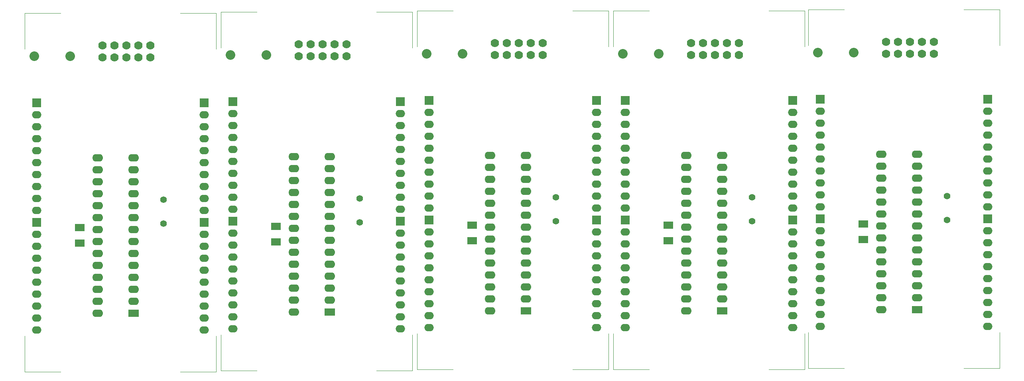
<source format=gbs>
G04 (created by PCBNEW (2013-07-07 BZR 4022)-stable) date 5/4/2015 12:54:49 PM*
%MOIN*%
G04 Gerber Fmt 3.4, Leading zero omitted, Abs format*
%FSLAX34Y34*%
G01*
G70*
G90*
G04 APERTURE LIST*
%ADD10C,0.00590551*%
%ADD11C,0.00393701*%
%ADD12R,0.075X0.075*%
%ADD13O,0.08X0.06*%
%ADD14C,0.08*%
%ADD15R,0.08X0.06*%
%ADD16C,0.056*%
%ADD17O,0.09X0.062*%
%ADD18R,0.09X0.062*%
%ADD19C,0.07*%
G04 APERTURE END LIST*
G54D10*
G54D11*
X27900Y-22900D02*
X27900Y-25900D01*
X27900Y-22900D02*
X30900Y-22900D01*
X43900Y-22900D02*
X40900Y-22900D01*
X43900Y-22900D02*
X43900Y-25900D01*
X27900Y-52900D02*
X30900Y-52900D01*
X27900Y-52900D02*
X27900Y-49900D01*
X43900Y-52900D02*
X43900Y-49900D01*
X43900Y-52900D02*
X40900Y-52900D01*
X44300Y-22800D02*
X44300Y-25800D01*
X44300Y-22800D02*
X47300Y-22800D01*
X60300Y-22800D02*
X57300Y-22800D01*
X60300Y-22800D02*
X60300Y-25800D01*
X44300Y-52800D02*
X47300Y-52800D01*
X44300Y-52800D02*
X44300Y-49800D01*
X60300Y-52800D02*
X60300Y-49800D01*
X60300Y-52800D02*
X57300Y-52800D01*
X60700Y-22800D02*
X60700Y-25800D01*
X60700Y-22800D02*
X63700Y-22800D01*
X76700Y-22800D02*
X73700Y-22800D01*
X76700Y-22800D02*
X76700Y-25800D01*
X60700Y-52800D02*
X63700Y-52800D01*
X60700Y-52800D02*
X60700Y-49800D01*
X76700Y-52800D02*
X76700Y-49800D01*
X76700Y-52800D02*
X73700Y-52800D01*
X77000Y-22700D02*
X77000Y-25700D01*
X77000Y-22700D02*
X80000Y-22700D01*
X93000Y-22700D02*
X90000Y-22700D01*
X93000Y-22700D02*
X93000Y-25700D01*
X77000Y-52700D02*
X80000Y-52700D01*
X77000Y-52700D02*
X77000Y-49700D01*
X93000Y-52700D02*
X93000Y-49700D01*
X93000Y-52700D02*
X90000Y-52700D01*
X11500Y-23000D02*
X11500Y-26000D01*
X11500Y-23000D02*
X14500Y-23000D01*
X27500Y-23000D02*
X24500Y-23000D01*
X27500Y-23000D02*
X27500Y-26000D01*
X11500Y-53000D02*
X14500Y-53000D01*
X11500Y-53000D02*
X11500Y-50000D01*
X27500Y-53000D02*
X27500Y-50000D01*
X27500Y-53000D02*
X24500Y-53000D01*
G54D12*
X28900Y-30400D03*
G54D13*
X28900Y-31400D03*
X28900Y-32400D03*
X28900Y-33400D03*
X28900Y-34400D03*
X28900Y-35400D03*
X28900Y-36400D03*
X28900Y-37400D03*
X28900Y-38400D03*
X28900Y-39400D03*
G54D12*
X28900Y-40400D03*
G54D13*
X28900Y-41400D03*
X28900Y-42400D03*
X28900Y-43400D03*
X28900Y-44400D03*
X28900Y-45400D03*
X28900Y-46400D03*
X28900Y-47400D03*
X28900Y-48400D03*
X28900Y-49400D03*
G54D12*
X42900Y-40400D03*
G54D13*
X42900Y-41400D03*
X42900Y-42400D03*
X42900Y-43400D03*
X42900Y-44400D03*
X42900Y-45400D03*
X42900Y-46400D03*
X42900Y-47400D03*
X42900Y-48400D03*
X42900Y-49400D03*
G54D12*
X42900Y-30400D03*
G54D13*
X42900Y-31400D03*
X42900Y-32400D03*
X42900Y-33400D03*
X42900Y-34400D03*
X42900Y-35400D03*
X42900Y-36400D03*
X42900Y-37400D03*
X42900Y-38400D03*
X42900Y-39400D03*
G54D14*
X28700Y-26496D03*
X31696Y-26500D03*
G54D15*
X32500Y-42150D03*
X32500Y-40850D03*
G54D16*
X39500Y-38500D03*
X39500Y-40500D03*
G54D17*
X37000Y-47000D03*
X37000Y-46000D03*
X37000Y-45000D03*
X37000Y-44000D03*
X37000Y-43000D03*
X37000Y-42000D03*
X37000Y-41000D03*
X37000Y-40000D03*
X37000Y-39000D03*
X37000Y-38000D03*
X37000Y-37000D03*
X37000Y-36000D03*
X37000Y-35000D03*
G54D18*
X37000Y-48000D03*
G54D17*
X34000Y-35000D03*
X34000Y-36000D03*
X34000Y-37000D03*
X34000Y-38000D03*
X34000Y-39000D03*
X34000Y-40000D03*
X34000Y-41000D03*
X34000Y-42000D03*
X34000Y-43000D03*
X34000Y-44000D03*
X34000Y-45000D03*
X34000Y-46000D03*
X34000Y-47000D03*
X34000Y-48000D03*
G54D19*
X34400Y-26600D03*
X34400Y-25600D03*
X35400Y-26600D03*
X35400Y-25600D03*
X36400Y-26600D03*
X36400Y-25600D03*
X37400Y-26600D03*
X37400Y-25600D03*
X38400Y-26600D03*
X38400Y-25600D03*
G54D12*
X45300Y-30300D03*
G54D13*
X45300Y-31300D03*
X45300Y-32300D03*
X45300Y-33300D03*
X45300Y-34300D03*
X45300Y-35300D03*
X45300Y-36300D03*
X45300Y-37300D03*
X45300Y-38300D03*
X45300Y-39300D03*
G54D12*
X45300Y-40300D03*
G54D13*
X45300Y-41300D03*
X45300Y-42300D03*
X45300Y-43300D03*
X45300Y-44300D03*
X45300Y-45300D03*
X45300Y-46300D03*
X45300Y-47300D03*
X45300Y-48300D03*
X45300Y-49300D03*
G54D12*
X59300Y-40300D03*
G54D13*
X59300Y-41300D03*
X59300Y-42300D03*
X59300Y-43300D03*
X59300Y-44300D03*
X59300Y-45300D03*
X59300Y-46300D03*
X59300Y-47300D03*
X59300Y-48300D03*
X59300Y-49300D03*
G54D12*
X59300Y-30300D03*
G54D13*
X59300Y-31300D03*
X59300Y-32300D03*
X59300Y-33300D03*
X59300Y-34300D03*
X59300Y-35300D03*
X59300Y-36300D03*
X59300Y-37300D03*
X59300Y-38300D03*
X59300Y-39300D03*
G54D14*
X45100Y-26396D03*
X48096Y-26400D03*
G54D15*
X48900Y-42050D03*
X48900Y-40750D03*
G54D16*
X55900Y-38400D03*
X55900Y-40400D03*
G54D17*
X53400Y-46900D03*
X53400Y-45900D03*
X53400Y-44900D03*
X53400Y-43900D03*
X53400Y-42900D03*
X53400Y-41900D03*
X53400Y-40900D03*
X53400Y-39900D03*
X53400Y-38900D03*
X53400Y-37900D03*
X53400Y-36900D03*
X53400Y-35900D03*
X53400Y-34900D03*
G54D18*
X53400Y-47900D03*
G54D17*
X50400Y-34900D03*
X50400Y-35900D03*
X50400Y-36900D03*
X50400Y-37900D03*
X50400Y-38900D03*
X50400Y-39900D03*
X50400Y-40900D03*
X50400Y-41900D03*
X50400Y-42900D03*
X50400Y-43900D03*
X50400Y-44900D03*
X50400Y-45900D03*
X50400Y-46900D03*
X50400Y-47900D03*
G54D19*
X50800Y-26500D03*
X50800Y-25500D03*
X51800Y-26500D03*
X51800Y-25500D03*
X52800Y-26500D03*
X52800Y-25500D03*
X53800Y-26500D03*
X53800Y-25500D03*
X54800Y-26500D03*
X54800Y-25500D03*
G54D12*
X61700Y-30300D03*
G54D13*
X61700Y-31300D03*
X61700Y-32300D03*
X61700Y-33300D03*
X61700Y-34300D03*
X61700Y-35300D03*
X61700Y-36300D03*
X61700Y-37300D03*
X61700Y-38300D03*
X61700Y-39300D03*
G54D12*
X61700Y-40300D03*
G54D13*
X61700Y-41300D03*
X61700Y-42300D03*
X61700Y-43300D03*
X61700Y-44300D03*
X61700Y-45300D03*
X61700Y-46300D03*
X61700Y-47300D03*
X61700Y-48300D03*
X61700Y-49300D03*
G54D12*
X75700Y-40300D03*
G54D13*
X75700Y-41300D03*
X75700Y-42300D03*
X75700Y-43300D03*
X75700Y-44300D03*
X75700Y-45300D03*
X75700Y-46300D03*
X75700Y-47300D03*
X75700Y-48300D03*
X75700Y-49300D03*
G54D12*
X75700Y-30300D03*
G54D13*
X75700Y-31300D03*
X75700Y-32300D03*
X75700Y-33300D03*
X75700Y-34300D03*
X75700Y-35300D03*
X75700Y-36300D03*
X75700Y-37300D03*
X75700Y-38300D03*
X75700Y-39300D03*
G54D14*
X61500Y-26396D03*
X64496Y-26400D03*
G54D15*
X65300Y-42050D03*
X65300Y-40750D03*
G54D16*
X72300Y-38400D03*
X72300Y-40400D03*
G54D17*
X69800Y-46900D03*
X69800Y-45900D03*
X69800Y-44900D03*
X69800Y-43900D03*
X69800Y-42900D03*
X69800Y-41900D03*
X69800Y-40900D03*
X69800Y-39900D03*
X69800Y-38900D03*
X69800Y-37900D03*
X69800Y-36900D03*
X69800Y-35900D03*
X69800Y-34900D03*
G54D18*
X69800Y-47900D03*
G54D17*
X66800Y-34900D03*
X66800Y-35900D03*
X66800Y-36900D03*
X66800Y-37900D03*
X66800Y-38900D03*
X66800Y-39900D03*
X66800Y-40900D03*
X66800Y-41900D03*
X66800Y-42900D03*
X66800Y-43900D03*
X66800Y-44900D03*
X66800Y-45900D03*
X66800Y-46900D03*
X66800Y-47900D03*
G54D19*
X67200Y-26500D03*
X67200Y-25500D03*
X68200Y-26500D03*
X68200Y-25500D03*
X69200Y-26500D03*
X69200Y-25500D03*
X70200Y-26500D03*
X70200Y-25500D03*
X71200Y-26500D03*
X71200Y-25500D03*
G54D12*
X78000Y-30200D03*
G54D13*
X78000Y-31200D03*
X78000Y-32200D03*
X78000Y-33200D03*
X78000Y-34200D03*
X78000Y-35200D03*
X78000Y-36200D03*
X78000Y-37200D03*
X78000Y-38200D03*
X78000Y-39200D03*
G54D12*
X78000Y-40200D03*
G54D13*
X78000Y-41200D03*
X78000Y-42200D03*
X78000Y-43200D03*
X78000Y-44200D03*
X78000Y-45200D03*
X78000Y-46200D03*
X78000Y-47200D03*
X78000Y-48200D03*
X78000Y-49200D03*
G54D12*
X92000Y-40200D03*
G54D13*
X92000Y-41200D03*
X92000Y-42200D03*
X92000Y-43200D03*
X92000Y-44200D03*
X92000Y-45200D03*
X92000Y-46200D03*
X92000Y-47200D03*
X92000Y-48200D03*
X92000Y-49200D03*
G54D12*
X92000Y-30200D03*
G54D13*
X92000Y-31200D03*
X92000Y-32200D03*
X92000Y-33200D03*
X92000Y-34200D03*
X92000Y-35200D03*
X92000Y-36200D03*
X92000Y-37200D03*
X92000Y-38200D03*
X92000Y-39200D03*
G54D14*
X77800Y-26296D03*
X80796Y-26300D03*
G54D15*
X81600Y-41950D03*
X81600Y-40650D03*
G54D16*
X88600Y-38300D03*
X88600Y-40300D03*
G54D17*
X86100Y-46800D03*
X86100Y-45800D03*
X86100Y-44800D03*
X86100Y-43800D03*
X86100Y-42800D03*
X86100Y-41800D03*
X86100Y-40800D03*
X86100Y-39800D03*
X86100Y-38800D03*
X86100Y-37800D03*
X86100Y-36800D03*
X86100Y-35800D03*
X86100Y-34800D03*
G54D18*
X86100Y-47800D03*
G54D17*
X83100Y-34800D03*
X83100Y-35800D03*
X83100Y-36800D03*
X83100Y-37800D03*
X83100Y-38800D03*
X83100Y-39800D03*
X83100Y-40800D03*
X83100Y-41800D03*
X83100Y-42800D03*
X83100Y-43800D03*
X83100Y-44800D03*
X83100Y-45800D03*
X83100Y-46800D03*
X83100Y-47800D03*
G54D19*
X83500Y-26400D03*
X83500Y-25400D03*
X84500Y-26400D03*
X84500Y-25400D03*
X85500Y-26400D03*
X85500Y-25400D03*
X86500Y-26400D03*
X86500Y-25400D03*
X87500Y-26400D03*
X87500Y-25400D03*
G54D12*
X12500Y-30500D03*
G54D13*
X12500Y-31500D03*
X12500Y-32500D03*
X12500Y-33500D03*
X12500Y-34500D03*
X12500Y-35500D03*
X12500Y-36500D03*
X12500Y-37500D03*
X12500Y-38500D03*
X12500Y-39500D03*
G54D12*
X12500Y-40500D03*
G54D13*
X12500Y-41500D03*
X12500Y-42500D03*
X12500Y-43500D03*
X12500Y-44500D03*
X12500Y-45500D03*
X12500Y-46500D03*
X12500Y-47500D03*
X12500Y-48500D03*
X12500Y-49500D03*
G54D12*
X26500Y-40500D03*
G54D13*
X26500Y-41500D03*
X26500Y-42500D03*
X26500Y-43500D03*
X26500Y-44500D03*
X26500Y-45500D03*
X26500Y-46500D03*
X26500Y-47500D03*
X26500Y-48500D03*
X26500Y-49500D03*
G54D12*
X26500Y-30500D03*
G54D13*
X26500Y-31500D03*
X26500Y-32500D03*
X26500Y-33500D03*
X26500Y-34500D03*
X26500Y-35500D03*
X26500Y-36500D03*
X26500Y-37500D03*
X26500Y-38500D03*
X26500Y-39500D03*
G54D14*
X12300Y-26596D03*
X15296Y-26600D03*
G54D15*
X16100Y-42250D03*
X16100Y-40950D03*
G54D16*
X23100Y-38600D03*
X23100Y-40600D03*
G54D17*
X20600Y-47100D03*
X20600Y-46100D03*
X20600Y-45100D03*
X20600Y-44100D03*
X20600Y-43100D03*
X20600Y-42100D03*
X20600Y-41100D03*
X20600Y-40100D03*
X20600Y-39100D03*
X20600Y-38100D03*
X20600Y-37100D03*
X20600Y-36100D03*
X20600Y-35100D03*
G54D18*
X20600Y-48100D03*
G54D17*
X17600Y-35100D03*
X17600Y-36100D03*
X17600Y-37100D03*
X17600Y-38100D03*
X17600Y-39100D03*
X17600Y-40100D03*
X17600Y-41100D03*
X17600Y-42100D03*
X17600Y-43100D03*
X17600Y-44100D03*
X17600Y-45100D03*
X17600Y-46100D03*
X17600Y-47100D03*
X17600Y-48100D03*
G54D19*
X18000Y-26700D03*
X18000Y-25700D03*
X19000Y-26700D03*
X19000Y-25700D03*
X20000Y-26700D03*
X20000Y-25700D03*
X21000Y-26700D03*
X21000Y-25700D03*
X22000Y-26700D03*
X22000Y-25700D03*
M02*

</source>
